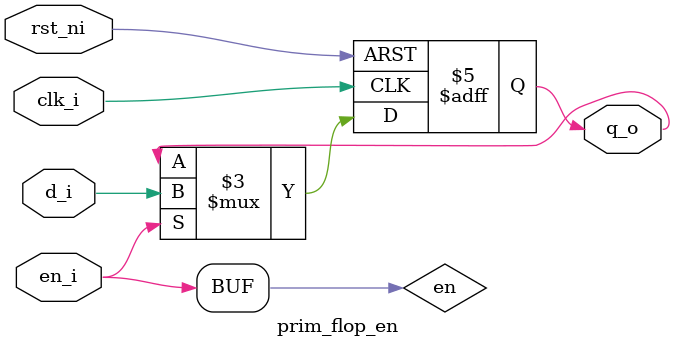
<source format=sv>


module prim_flop_en #(
  parameter int               Width      = 1,
  parameter bit               EnSecBuf   = 0,
  parameter logic [Width-1:0] ResetValue = 0
) (
  input                    clk_i,
  input                    rst_ni,
  input                    en_i,
  input        [Width-1:0] d_i,
  output logic [Width-1:0] q_o
);

  logic en;

// EDIT: WRAPPED IF BLOCK WITH GENERATE KEYWORDS
  generate
  if (EnSecBuf) begin : gen_en_sec_buf
    prim_sec_anchor_buf #(
      .Width(1)
    ) u_en_buf (
      .in_i(en_i),
      .out_o(en)
    );
  end else begin : gen_en_no_sec_buf
    assign en = en_i;
  end
  endgenerate
// EDIT END

  always_ff @(posedge clk_i or negedge rst_ni) begin
    if (!rst_ni) begin
      q_o <= ResetValue;
    end else if (en) begin
      q_o <= d_i;
    end
  end

endmodule

</source>
